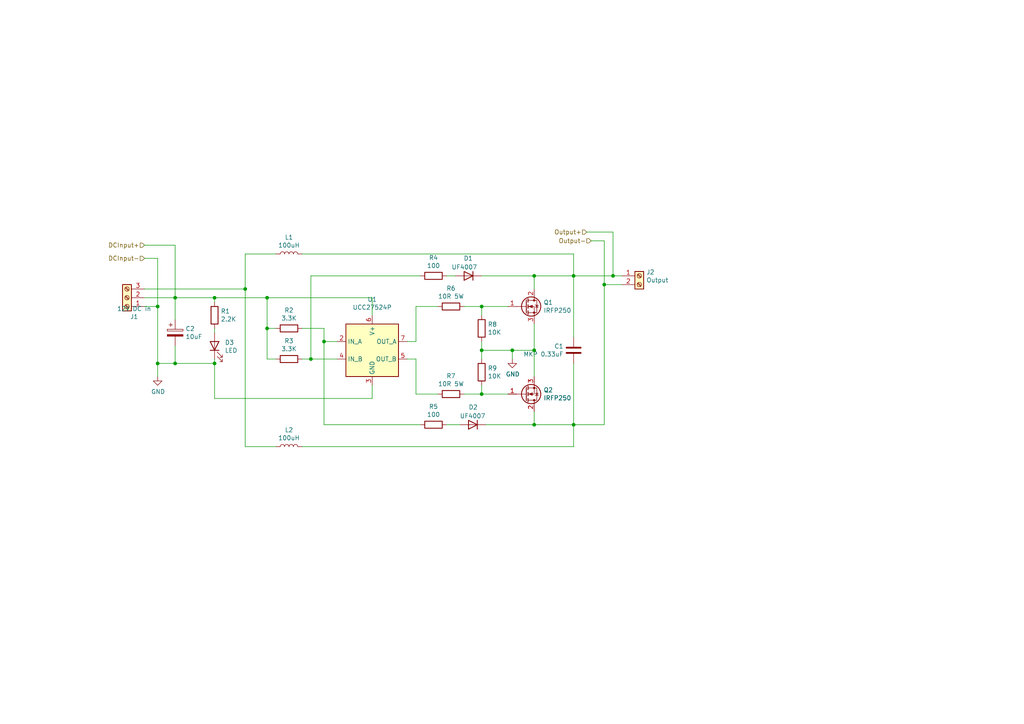
<source format=kicad_sch>
(kicad_sch (version 20211123) (generator eeschema)
  (paper "A4")
  (title_block (title "ZVS") (date "2020-01-10") (rev "1"))
  (lib_symbols
    (symbol "Connector:Screw_Terminal_01x02" (pin_names (offset 1.016) hide)
      (property "Reference" "J" (at 0 2.54 0))
      (property "Value" "Screw_Terminal_01x02" (at 0 -5.08 0))
      (symbol "Screw_Terminal_01x02_1_1"
        (rectangle (start -1.27 1.27) (end 1.27 -3.81) (stroke (width 0.254)) (fill (type background)))
        (circle (center 0 -2.54) (radius 0.635) (stroke (width 0.1524)))
        (polyline (pts (xy -0.5334 -2.2098) (xy 0.3302 -3.048)) (stroke (width 0.1524)))
        (polyline (pts (xy -0.5334 0.3302) (xy 0.3302 -0.508)) (stroke (width 0.1524)))
        (polyline (pts (xy -0.3556 -2.032) (xy 0.508 -2.8702)) (stroke (width 0.1524)))
        (polyline (pts (xy -0.3556 0.508) (xy 0.508 -0.3302)) (stroke (width 0.1524)))
        (circle (center 0 0) (radius 0.635) (stroke (width 0.1524)))
        (pin passive line (at -5.08 0 0) (length 3.81) (name "Pin_1") (number "1"))
        (pin passive line (at -5.08 -2.54 0) (length 3.81) (name "Pin_2") (number "2"))
      )
    )
    (symbol "Connector:Screw_Terminal_01x03" (pin_names (offset 1.016) hide)
      (property "Reference" "J" (at 0 5.08 0))
      (property "Value" "Screw_Terminal_01x03" (at 0 -5.08 0))
      (symbol "Screw_Terminal_01x03_1_1"
        (rectangle (start -1.27 3.81) (end 1.27 -3.81) (stroke (width 0.254)) (fill (type background)))
        (circle (center 0 -2.54) (radius 0.635) (stroke (width 0.1524)))
        (polyline (pts (xy -0.5334 -2.2098) (xy 0.3302 -3.048)) (stroke (width 0.1524)))
        (polyline (pts (xy -0.5334 0.3302) (xy 0.3302 -0.508)) (stroke (width 0.1524)))
        (polyline (pts (xy -0.5334 2.8702) (xy 0.3302 2.032)) (stroke (width 0.1524)))
        (polyline (pts (xy -0.3556 -2.032) (xy 0.508 -2.8702)) (stroke (width 0.1524)))
        (polyline (pts (xy -0.3556 0.508) (xy 0.508 -0.3302)) (stroke (width 0.1524)))
        (polyline (pts (xy -0.3556 3.048) (xy 0.508 2.2098)) (stroke (width 0.1524)))
        (circle (center 0 0) (radius 0.635) (stroke (width 0.1524)))
        (circle (center 0 2.54) (radius 0.635) (stroke (width 0.1524)))
        (pin passive line (at -5.08 2.54 0) (length 3.81) (name "Pin_1") (number "1"))
        (pin passive line (at -5.08 0 0) (length 3.81) (name "Pin_2") (number "2"))
        (pin passive line (at -5.08 -2.54 0) (length 3.81) (name "Pin_3") (number "3"))
      )
    )
    (symbol "Device:C" (pin_numbers hide) (pin_names (offset 0.254))
      (property "Reference" "C" (at 0.635 2.54 0))
      (property "Value" "C" (at 0.635 -2.54 0))
      (symbol "C_0_1"
        (polyline (pts (xy -2.032 -0.762) (xy 2.032 -0.762)) (stroke (width 0.508)))
        (polyline (pts (xy -2.032 0.762) (xy 2.032 0.762)) (stroke (width 0.508)))
      )
      (symbol "C_1_1"
        (pin passive line (at 0 3.81 270) (length 2.794) (name "~") (number "1"))
        (pin passive line (at 0 -3.81 90) (length 2.794) (name "~") (number "2"))
      )
    )
    (symbol "Device:C_Polarized" (pin_numbers hide) (pin_names (offset 0.254))
      (property "Reference" "C" (at 0.635 2.54 0))
      (property "Value" "C_Polarized" (at 0.635 -2.54 0))
      (symbol "C_Polarized_0_1"
        (rectangle (start -2.286 0.508) (end 2.286 1.016))
        (polyline (pts (xy -1.778 2.286) (xy -0.762 2.286)))
        (polyline (pts (xy -1.27 2.794) (xy -1.27 1.778)))
        (rectangle (start 2.286 -0.508) (end -2.286 -1.016) (fill (type outline)))
      )
      (symbol "C_Polarized_1_1"
        (pin passive line (at 0 3.81 270) (length 2.794) (name "~") (number "1"))
        (pin passive line (at 0 -3.81 90) (length 2.794) (name "~") (number "2"))
      )
    )
    (symbol "Device:D" (pin_numbers hide) (pin_names (offset 1.016) hide)
      (property "Reference" "D" (at 0 2.54 0))
      (property "Value" "D" (at 0 -2.54 0))
      (symbol "D_0_1"
        (polyline (pts (xy -1.27 1.27) (xy -1.27 -1.27)) (stroke (width 0.254)))
        (polyline (pts (xy 1.27 0) (xy -1.27 0)))
        (polyline (pts (xy 1.27 1.27) (xy 1.27 -1.27) (xy -1.27 0) (xy 1.27 1.27)) (stroke (width 0.254)))
      )
      (symbol "D_1_1"
        (pin passive line (at -3.81 0 0) (length 2.54) (name "K") (number "1"))
        (pin passive line (at 3.81 0 180) (length 2.54) (name "A") (number "2"))
      )
    )
    (symbol "Device:L" (pin_numbers hide) (pin_names (offset 1.016) hide)
      (property "Reference" "L" (at -1.27 0 90))
      (property "Value" "L" (at 1.905 0 90))
      (symbol "L_0_1"
        (arc (start 0 -2.54) (mid 0.635 -1.905) (end 0 -1.27))
        (arc (start 0 -1.27) (mid 0.635 -0.635) (end 0 0))
        (arc (start 0 0) (mid 0.635 0.635) (end 0 1.27))
        (arc (start 0 1.27) (mid 0.635 1.905) (end 0 2.54))
      )
      (symbol "L_1_1"
        (pin passive line (at 0 3.81 270) (length 1.27) (name "1") (number "1"))
        (pin passive line (at 0 -3.81 90) (length 1.27) (name "2") (number "2"))
      )
    )
    (symbol "Device:LED" (pin_numbers hide) (pin_names (offset 1.016) hide)
      (property "Reference" "D" (at 0 2.54 0))
      (property "Value" "LED" (at 0 -2.54 0))
      (symbol "LED_0_1"
        (polyline (pts (xy -1.27 -1.27) (xy -1.27 1.27)) (stroke (width 0.254)))
        (polyline (pts (xy -1.27 0) (xy 1.27 0)))
        (polyline (pts (xy 1.27 -1.27) (xy 1.27 1.27) (xy -1.27 0) (xy 1.27 -1.27)) (stroke (width 0.254)))
        (polyline (pts (xy -3.048 -0.762) (xy -4.572 -2.286) (xy -3.81 -2.286) (xy -4.572 -2.286) (xy -4.572 -1.524)))
        (polyline (pts (xy -1.778 -0.762) (xy -3.302 -2.286) (xy -2.54 -2.286) (xy -3.302 -2.286) (xy -3.302 -1.524)))
      )
      (symbol "LED_1_1"
        (pin passive line (at -3.81 0 0) (length 2.54) (name "K") (number "1"))
        (pin passive line (at 3.81 0 180) (length 2.54) (name "A") (number "2"))
      )
    )
    (symbol "Device:Q_NMOS_GDS" (pin_names (offset 0) hide)
      (property "Reference" "Q" (at 5.08 1.27 0))
      (property "Value" "Q_NMOS_GDS" (at 5.08 -1.27 0))
      (symbol "Q_NMOS_GDS_0_1"
        (polyline (pts (xy 0.254 0) (xy -2.54 0)))
        (polyline (pts (xy 0.254 1.905) (xy 0.254 -1.905)) (stroke (width 0.254)))
        (polyline (pts (xy 0.762 -1.27) (xy 0.762 -2.286)) (stroke (width 0.254)))
        (polyline (pts (xy 0.762 0.508) (xy 0.762 -0.508)) (stroke (width 0.254)))
        (polyline (pts (xy 0.762 2.286) (xy 0.762 1.27)) (stroke (width 0.254)))
        (polyline (pts (xy 2.54 2.54) (xy 2.54 1.778)))
        (polyline (pts (xy 2.54 -2.54) (xy 2.54 0) (xy 0.762 0)))
        (polyline (pts (xy 0.762 -1.778) (xy 3.302 -1.778) (xy 3.302 1.778) (xy 0.762 1.778)))
        (polyline (pts (xy 1.016 0) (xy 2.032 0.381) (xy 2.032 -0.381) (xy 1.016 0)) (fill (type outline)))
        (polyline (pts (xy 2.794 0.508) (xy 2.921 0.381) (xy 3.683 0.381) (xy 3.81 0.254)))
        (polyline (pts (xy 3.302 0.381) (xy 2.921 -0.254) (xy 3.683 -0.254) (xy 3.302 0.381)))
        (circle (center 1.651 0) (radius 2.794) (stroke (width 0.254)))
        (circle (center 2.54 -1.778) (radius 0.254) (fill (type outline)))
        (circle (center 2.54 1.778) (radius 0.254) (fill (type outline)))
      )
      (symbol "Q_NMOS_GDS_1_1"
        (pin input line (at -5.08 0 0) (length 2.54) (name "G") (number "1"))
        (pin passive line (at 2.54 5.08 270) (length 2.54) (name "D") (number "2"))
        (pin passive line (at 2.54 -5.08 90) (length 2.54) (name "S") (number "3"))
      )
    )
    (symbol "Device:R" (pin_numbers hide) (pin_names (offset 0))
      (property "Reference" "R" (at 2.032 0 90))
      (property "Value" "R" (at 0 0 90))
      (symbol "R_0_1"
        (rectangle (start -1.016 -2.54) (end 1.016 2.54) (stroke (width 0.254)))
      )
      (symbol "R_1_1"
        (pin passive line (at 0 3.81 270) (length 1.27) (name "~") (number "1"))
        (pin passive line (at 0 -3.81 90) (length 1.27) (name "~") (number "2"))
      )
    )
    (symbol "Driver_FET:EL7202CN"
      (property "Reference" "U" (at -7.62 8.89 0))
      (property "Value" "EL7202CN" (at 1.27 8.89 0))
      (symbol "EL7202CN_0_1"
        (rectangle (start -7.62 -7.62) (end 7.62 7.62) (stroke (width 0.254)) (fill (type background)))
      )
      (symbol "EL7202CN_1_1"
        (pin no_connect line (at -7.62 0 0) (length 2.54) hide (name "NC") (number "1"))
        (pin input line (at -10.16 2.54 0) (length 2.54) (name "IN_A") (number "2"))
        (pin power_in line (at 0 -10.16 90) (length 2.54) (name "GND") (number "3"))
        (pin input line (at -10.16 -2.54 0) (length 2.54) (name "IN_B") (number "4"))
        (pin output line (at 10.16 -2.54 180) (length 2.54) (name "OUT_B") (number "5"))
        (pin power_in line (at 0 10.16 270) (length 2.54) (name "V+") (number "6"))
        (pin output line (at 10.16 2.54 180) (length 2.54) (name "OUT_A") (number "7"))
        (pin no_connect line (at 7.62 0 180) (length 2.54) hide (name "NC") (number "8"))
      )
    )
    (symbol "power:GND" (power) (pin_names (offset 0))
      (property "Value" "GND" (at 0 -3.81 0))
      (symbol "GND_0_1"
        (polyline (pts (xy 0 0) (xy 0 -1.27) (xy 1.27 -1.27) (xy 0 -2.54) (xy -1.27 -1.27) (xy 0 -1.27)))
      )
      (symbol "GND_1_1"
        (pin power_in line (at 0 0 270) (length 0) hide (name "GND") (number "1"))
      )
    )
  )
  (junction (at 166.37 123.19))
  (junction (at 45.72 88.9))
  (junction (at 45.72 105.41))
  (junction (at 50.8 86.36))
  (junction (at 50.8 105.41))
  (junction (at 71.12 83.82))
  (junction (at 62.23 86.36))
  (junction (at 154.94 123.19))
  (junction (at 90.17 104.14))
  (junction (at 166.37 80.01))
  (junction (at 139.7 114.3))
  (junction (at 177.8 80.01))
  (junction (at 148.59 101.6))
  (junction (at 77.47 95.25))
  (junction (at 175.26 82.55))
  (junction (at 154.94 80.01))
  (junction (at 139.7 101.6))
  (junction (at 154.94 101.6))
  (junction (at 93.98 99.06))
  (junction (at 139.7 88.9))
  (junction (at 62.23 105.41))
  (junction (at 77.47 86.36))
  (wire (pts (xy 154.94 101.6) (xy 154.94 109.22)))
  (wire (pts (xy 175.26 82.55) (xy 175.26 123.19)))
  (wire (pts (xy 90.17 80.01) (xy 90.17 104.14)))
  (wire (pts (xy 166.37 80.01) (xy 177.8 80.01)))
  (wire (pts (xy 154.94 93.98) (xy 154.94 101.6)))
  (wire (pts (xy 90.17 104.14) (xy 97.79 104.14)))
  (wire (pts (xy 107.95 115.57) (xy 62.23 115.57)))
  (wire (pts (xy 180.34 82.55) (xy 175.26 82.55)))
  (wire (pts (xy 62.23 105.41) (xy 62.23 115.57)))
  (wire (pts (xy 62.23 86.36) (xy 77.47 86.36)))
  (wire (pts (xy 41.91 86.36) (xy 50.8 86.36)))
  (wire (pts (xy 41.91 88.9) (xy 45.72 88.9)))
  (wire (pts (xy 139.7 88.9) (xy 139.7 91.44)))
  (wire (pts (xy 71.12 83.82) (xy 71.12 129.54)))
  (wire (pts (xy 50.8 71.12) (xy 50.8 86.36)))
  (wire (pts (xy 166.37 97.79) (xy 166.37 80.01)))
  (wire (pts (xy 62.23 95.25) (xy 62.23 96.52)))
  (wire (pts (xy 90.17 80.01) (xy 121.92 80.01)))
  (wire (pts (xy 45.72 109.22) (xy 45.72 105.41)))
  (wire (pts (xy 166.37 105.41) (xy 166.37 123.19)))
  (wire (pts (xy 93.98 95.25) (xy 93.98 99.06)))
  (wire (pts (xy 87.63 73.66) (xy 166.37 73.66)))
  (wire (pts (xy 154.94 80.01) (xy 166.37 80.01)))
  (wire (pts (xy 147.32 114.3) (xy 139.7 114.3)))
  (wire (pts (xy 50.8 86.36) (xy 62.23 86.36)))
  (wire (pts (xy 175.26 69.85) (xy 175.26 82.55)))
  (wire (pts (xy 93.98 123.19) (xy 93.98 99.06)))
  (wire (pts (xy 77.47 86.36) (xy 77.47 95.25)))
  (wire (pts (xy 93.98 99.06) (xy 97.79 99.06)))
  (wire (pts (xy 129.54 80.01) (xy 132.08 80.01)))
  (wire (pts (xy 71.12 129.54) (xy 80.01 129.54)))
  (wire (pts (xy 41.91 74.93) (xy 45.72 74.93)))
  (wire (pts (xy 87.63 95.25) (xy 93.98 95.25)))
  (wire (pts (xy 120.65 104.14) (xy 118.11 104.14)))
  (wire (pts (xy 133.35 123.19) (xy 129.54 123.19)))
  (wire (pts (xy 50.8 100.33) (xy 50.8 105.41)))
  (wire (pts (xy 139.7 99.06) (xy 139.7 101.6)))
  (wire (pts (xy 41.91 83.82) (xy 71.12 83.82)))
  (wire (pts (xy 170.18 67.31) (xy 177.8 67.31)))
  (wire (pts (xy 62.23 104.14) (xy 62.23 105.41)))
  (wire (pts (xy 139.7 101.6) (xy 148.59 101.6)))
  (wire (pts (xy 50.8 105.41) (xy 62.23 105.41)))
  (wire (pts (xy 77.47 86.36) (xy 107.95 86.36)))
  (wire (pts (xy 77.47 95.25) (xy 80.01 95.25)))
  (wire (pts (xy 118.11 99.06) (xy 120.65 99.06)))
  (wire (pts (xy 139.7 88.9) (xy 147.32 88.9)))
  (wire (pts (xy 139.7 101.6) (xy 139.7 104.14)))
  (wire (pts (xy 45.72 88.9) (xy 45.72 105.41)))
  (wire (pts (xy 166.37 73.66) (xy 166.37 80.01)))
  (wire (pts (xy 171.45 69.85) (xy 175.26 69.85)))
  (wire (pts (xy 120.65 88.9) (xy 127 88.9)))
  (wire (pts (xy 139.7 80.01) (xy 154.94 80.01)))
  (wire (pts (xy 41.91 71.12) (xy 50.8 71.12)))
  (wire (pts (xy 45.72 74.93) (xy 45.72 88.9)))
  (wire (pts (xy 45.72 105.41) (xy 50.8 105.41)))
  (wire (pts (xy 77.47 104.14) (xy 80.01 104.14)))
  (wire (pts (xy 166.37 129.54) (xy 166.37 123.19)))
  (wire (pts (xy 107.95 115.57) (xy 107.95 111.76)))
  (wire (pts (xy 177.8 67.31) (xy 177.8 80.01)))
  (wire (pts (xy 71.12 73.66) (xy 80.01 73.66)))
  (wire (pts (xy 154.94 123.19) (xy 166.37 123.19)))
  (wire (pts (xy 107.95 86.36) (xy 107.95 91.44)))
  (wire (pts (xy 120.65 114.3) (xy 127 114.3)))
  (wire (pts (xy 148.59 104.14) (xy 148.59 101.6)))
  (wire (pts (xy 140.97 123.19) (xy 154.94 123.19)))
  (wire (pts (xy 87.63 129.54) (xy 166.37 129.54)))
  (wire (pts (xy 120.65 114.3) (xy 120.65 104.14)))
  (wire (pts (xy 50.8 92.71) (xy 50.8 86.36)))
  (wire (pts (xy 134.62 114.3) (xy 139.7 114.3)))
  (wire (pts (xy 134.62 88.9) (xy 139.7 88.9)))
  (wire (pts (xy 121.92 123.19) (xy 93.98 123.19)))
  (wire (pts (xy 166.37 123.19) (xy 175.26 123.19)))
  (wire (pts (xy 148.59 101.6) (xy 154.94 101.6)))
  (wire (pts (xy 154.94 123.19) (xy 154.94 119.38)))
  (wire (pts (xy 62.23 87.63) (xy 62.23 86.36)))
  (wire (pts (xy 87.63 104.14) (xy 90.17 104.14)))
  (wire (pts (xy 180.34 80.01) (xy 177.8 80.01)))
  (wire (pts (xy 77.47 95.25) (xy 77.47 104.14)))
  (wire (pts (xy 139.7 114.3) (xy 139.7 111.76)))
  (wire (pts (xy 71.12 73.66) (xy 71.12 83.82)))
  (wire (pts (xy 120.65 88.9) (xy 120.65 99.06)))
  (wire (pts (xy 154.94 80.01) (xy 154.94 83.82)))
  (hierarchical_label "DCInput-" (shape input) (at 41.91 74.93 180))
  (hierarchical_label "Output+" (shape input) (at 170.18 67.31 180))
  (hierarchical_label "Output-" (shape input) (at 171.45 69.85 180))
  (hierarchical_label "DCInput+" (shape input) (at 41.91 71.12 180))
  (symbol (lib_id "Connector:Screw_Terminal_01x03") (at 36.83 86.36 180) (unit 1)
    (property "Reference" "J1" (at 38.9128 91.8718 0))
    (property "Value" "12V DC in" (at 38.9128 89.5604 0))
    (property "Footprint" "TerminalBlock:TerminalBlock_bornier-3_P5.08mm" (effects hide))
  )
  (symbol (lib_id "Connector:Screw_Terminal_01x02") (at 185.42 80.01 0) (unit 1)
    (property "Reference" "J2" (at 187.452 78.9432 0) (effects (justify left)))
    (property "Value" "Output" (at 187.452 81.2546 0) (effects (justify left)))
    (property "Footprint" "TerminalBlock:TerminalBlock_bornier-2_P5.08mm" (effects hide))
  )
  (symbol (lib_id "Device:L") (at 83.82 73.66 90) (unit 1)
    (property "Reference" "L1" (at 83.82 68.834 90))
    (property "Value" "100uH" (at 83.82 71.1454 90))
    (property "Footprint" "Inductor_THT:L_Toroid_Vertical_L28.6mm_W14.3mm_P11.43mm_Bourns_5700" (effects hide))
  )
  (symbol (lib_id "Device:R") (at 139.7 95.25 0) (unit 1)
    (property "Reference" "R8" (at 141.478 94.0816 0) (effects (justify left)))
    (property "Value" "10K" (at 141.478 96.393 0) (effects (justify left)))
    (property "Footprint" "Resistor_THT:R_Axial_DIN0207_L6.3mm_D2.5mm_P7.62mm_Horizontal" (effects hide))
  )
  (symbol (lib_id "Device:R") (at 139.7 107.95 0) (unit 1)
    (property "Reference" "R9" (at 141.478 106.7816 0) (effects (justify left)))
    (property "Value" "10K" (at 141.478 109.093 0) (effects (justify left)))
    (property "Footprint" "Resistor_THT:R_Axial_DIN0207_L6.3mm_D2.5mm_P7.62mm_Horizontal" (effects hide))
  )
  (symbol (lib_id "Device:D") (at 135.89 80.01 180) (unit 1)
    (property "Reference" "D1" (at 137.16 74.93 0) (effects (justify left)))
    (property "Value" "UF4007" (at 138.43 77.47 0) (effects (justify left)))
    (property "Footprint" "Diode_THT:D_DO-41_SOD81_P7.62mm_Horizontal" (effects hide))
  )
  (symbol (lib_id "Device:D") (at 137.16 123.19 180) (unit 1)
    (property "Reference" "D2" (at 135.89 118.11 0) (effects (justify right)))
    (property "Value" "UF4007" (at 133.35 120.65 0) (effects (justify right)))
    (property "Footprint" "Diode_THT:D_DO-41_SOD81_P7.62mm_Horizontal" (effects hide))
  )
  (symbol (lib_id "Device:Q_NMOS_GDS") (at 152.4 88.9 0) (unit 1)
    (property "Reference" "Q1" (at 157.6324 87.7316 0) (effects (justify left)))
    (property "Value" "IRFP250" (at 157.6324 90.043 0) (effects (justify left)))
    (property "Footprint" "Package_TO_SOT_THT:TO-247-3_Vertical" (effects hide))
  )
  (symbol (lib_id "Device:Q_NMOS_GDS") (at 152.4 114.3 0) (mirror x) (unit 1)
    (property "Reference" "Q2" (at 157.6324 113.1316 0) (effects (justify left)))
    (property "Value" "IRFP250" (at 157.6324 115.443 0) (effects (justify left)))
    (property "Footprint" "Package_TO_SOT_THT:TO-247-3_Vertical" (effects hide))
  )
  (symbol (lib_id "Device:C") (at 166.37 101.6 0) (mirror y) (unit 1)
    (property "Reference" "C1" (at 163.449 100.4316 0) (effects (justify left)))
    (property "Value" "MKP 0.33uF" (at 163.449 102.743 0) (effects (justify left)))
    (property "Footprint" "Capacitor_THT:C_Rect_L33.0mm_W13.0mm_P27.50mm_MKS4" (effects hide))
  )
  (symbol (lib_id "Device:L") (at 83.82 129.54 90) (unit 1)
    (property "Reference" "L2" (at 83.82 124.714 90))
    (property "Value" "100uH" (at 83.82 127.0254 90))
    (property "Footprint" "Inductor_THT:L_Toroid_Vertical_L28.6mm_W14.3mm_P11.43mm_Bourns_5700" (effects hide))
  )
  (symbol (lib_id "Device:R") (at 62.23 91.44 0) (unit 1)
    (property "Reference" "R1" (at 64.008 90.2716 0) (effects (justify left)))
    (property "Value" "2.2K" (at 64.008 92.583 0) (effects (justify left)))
    (property "Footprint" "Resistor_THT:R_Axial_DIN0207_L6.3mm_D2.5mm_P7.62mm_Horizontal" (effects hide))
  )
  (symbol (lib_id "Device:LED") (at 62.23 100.33 90) (unit 1)
    (property "Reference" "D3" (at 65.2018 99.3394 90) (effects (justify right)))
    (property "Value" "LED" (at 65.2018 101.6508 90) (effects (justify right)))
    (property "Footprint" "LED_THT:LED_D3.0mm_FlatTop" (effects hide))
  )
  (symbol (lib_id "Driver_FET:EL7202CN") (at 107.95 101.6 0) (unit 1)
    (property "Reference" "U1" (at 107.95 86.8426 0))
    (property "Value" "UCC27524P" (at 107.95 89.154 0))
    (property "Footprint" "Package_DIP:DIP-8_W7.62mm" (effects hide))
    (property "Datasheet" "https://www.ti.com/lit/ds/symlink/ucc27524.pdf?HQS=dis-dk-null-digikeymode-dsf-pf-null-wwe&ts=1611726780829" (effects hide))
  )
  (symbol (lib_id "Device:R") (at 130.81 88.9 270) (unit 1)
    (property "Reference" "R6" (at 130.81 83.6422 90))
    (property "Value" "10R 5W" (at 130.81 85.9536 90))
    (property "Footprint" "Resistor_THT:R_Axial_Power_L25.0mm_W9.0mm_P27.94mm" (effects hide))
  )
  (symbol (lib_id "Device:R") (at 130.81 114.3 270) (unit 1)
    (property "Reference" "R7" (at 130.81 109.0422 90))
    (property "Value" "10R 5W" (at 130.81 111.3536 90))
    (property "Footprint" "Resistor_THT:R_Axial_Power_L25.0mm_W9.0mm_P27.94mm" (effects hide))
  )
  (symbol (lib_id "Device:R") (at 125.73 80.01 270) (unit 1)
    (property "Reference" "R4" (at 125.73 74.7522 90))
    (property "Value" "100" (at 125.73 77.0636 90))
    (property "Footprint" "Resistor_THT:R_Axial_DIN0207_L6.3mm_D2.5mm_P7.62mm_Horizontal" (effects hide))
  )
  (symbol (lib_id "Device:R") (at 125.73 123.19 270) (unit 1)
    (property "Reference" "R5" (at 125.73 117.9322 90))
    (property "Value" "100" (at 125.73 120.2436 90))
    (property "Footprint" "Resistor_THT:R_Axial_DIN0207_L6.3mm_D2.5mm_P7.62mm_Horizontal" (effects hide))
  )
  (symbol (lib_id "Device:C_Polarized") (at 50.8 96.52 0) (unit 1)
    (property "Reference" "C2" (at 53.7972 95.3516 0) (effects (justify left)))
    (property "Value" "10uF" (at 53.7972 97.663 0) (effects (justify left)))
    (property "Footprint" "Capacitor_THT:CP_Radial_D4.0mm_P2.00mm" (effects hide))
  )
  (symbol (lib_id "power:GND") (at 148.59 104.14 0) (unit 1)
    (property "Reference" "#PWR0101" (effects hide))
    (property "Value" "GND" (at 148.717 108.5342 0))
  )
  (symbol (lib_id "power:GND") (at 45.72 109.22 0) (unit 1)
    (property "Reference" "#PWR0102" (effects hide))
    (property "Value" "GND" (at 45.847 113.6142 0))
  )
  (symbol (lib_id "Device:R") (at 83.82 104.14 90) (unit 1)
    (property "Reference" "R3" (at 83.82 98.8822 90))
    (property "Value" "3.3K" (at 83.82 101.1936 90))
    (property "Footprint" "Resistor_THT:R_Axial_DIN0207_L6.3mm_D2.5mm_P7.62mm_Horizontal" (effects hide))
  )
  (symbol (lib_id "Device:R") (at 83.82 95.25 90) (unit 1)
    (property "Reference" "R2" (at 83.82 89.9922 90))
    (property "Value" "3.3K" (at 83.82 92.3036 90))
    (property "Footprint" "Resistor_THT:R_Axial_DIN0207_L6.3mm_D2.5mm_P7.62mm_Horizontal" (effects hide))
  )
)
</source>
